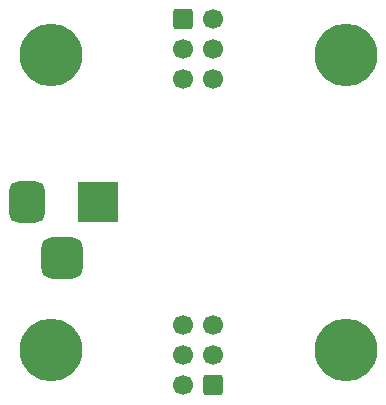
<source format=gbr>
%TF.GenerationSoftware,KiCad,Pcbnew,8.0.3*%
%TF.CreationDate,2024-07-13T17:14:31+01:00*%
%TF.ProjectId,RS485Board,52533438-3542-46f6-9172-642e6b696361,rev?*%
%TF.SameCoordinates,Original*%
%TF.FileFunction,Soldermask,Top*%
%TF.FilePolarity,Negative*%
%FSLAX46Y46*%
G04 Gerber Fmt 4.6, Leading zero omitted, Abs format (unit mm)*
G04 Created by KiCad (PCBNEW 8.0.3) date 2024-07-13 17:14:31*
%MOMM*%
%LPD*%
G01*
G04 APERTURE LIST*
G04 Aperture macros list*
%AMRoundRect*
0 Rectangle with rounded corners*
0 $1 Rounding radius*
0 $2 $3 $4 $5 $6 $7 $8 $9 X,Y pos of 4 corners*
0 Add a 4 corners polygon primitive as box body*
4,1,4,$2,$3,$4,$5,$6,$7,$8,$9,$2,$3,0*
0 Add four circle primitives for the rounded corners*
1,1,$1+$1,$2,$3*
1,1,$1+$1,$4,$5*
1,1,$1+$1,$6,$7*
1,1,$1+$1,$8,$9*
0 Add four rect primitives between the rounded corners*
20,1,$1+$1,$2,$3,$4,$5,0*
20,1,$1+$1,$4,$5,$6,$7,0*
20,1,$1+$1,$6,$7,$8,$9,0*
20,1,$1+$1,$8,$9,$2,$3,0*%
G04 Aperture macros list end*
%ADD10C,5.300000*%
%ADD11RoundRect,0.250000X-0.600000X-0.600000X0.600000X-0.600000X0.600000X0.600000X-0.600000X0.600000X0*%
%ADD12C,1.700000*%
%ADD13R,3.500000X3.500000*%
%ADD14RoundRect,0.750000X-0.750000X-1.000000X0.750000X-1.000000X0.750000X1.000000X-0.750000X1.000000X0*%
%ADD15RoundRect,0.875000X-0.875000X-0.875000X0.875000X-0.875000X0.875000X0.875000X-0.875000X0.875000X0*%
%ADD16RoundRect,0.250000X0.600000X0.600000X-0.600000X0.600000X-0.600000X-0.600000X0.600000X-0.600000X0*%
G04 APERTURE END LIST*
D10*
%TO.C,H3*%
X125000000Y-100000000D03*
%TD*%
%TO.C,H2*%
X100000000Y-100000000D03*
%TD*%
%TO.C,H4*%
X125000000Y-125000000D03*
%TD*%
%TO.C,H1*%
X100000000Y-125000000D03*
%TD*%
D11*
%TO.C,J1*%
X111230000Y-97000000D03*
D12*
X113770000Y-97000000D03*
X111230000Y-99540000D03*
X113770000Y-99540000D03*
X111230000Y-102080000D03*
X113770000Y-102080000D03*
%TD*%
D13*
%TO.C,J3*%
X104000000Y-112500000D03*
D14*
X98000000Y-112500000D03*
D15*
X101000000Y-117200000D03*
%TD*%
D16*
%TO.C,J2*%
X113770000Y-128000000D03*
D12*
X111230000Y-128000000D03*
X113770000Y-125460000D03*
X111230000Y-125460000D03*
X113770000Y-122920000D03*
X111230000Y-122920000D03*
%TD*%
M02*

</source>
